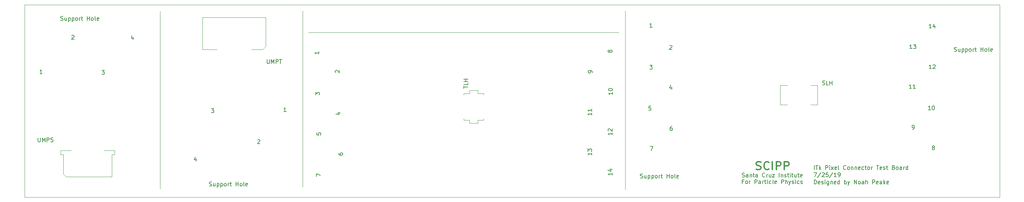
<source format=gto>
G04 #@! TF.GenerationSoftware,KiCad,Pcbnew,(5.1.2)-2*
G04 #@! TF.CreationDate,2019-07-29T12:19:19-07:00*
G04 #@! TF.ProjectId,Pixel Connector Test Board,50697865-6c20-4436-9f6e-6e6563746f72,rev?*
G04 #@! TF.SameCoordinates,Original*
G04 #@! TF.FileFunction,Legend,Top*
G04 #@! TF.FilePolarity,Positive*
%FSLAX46Y46*%
G04 Gerber Fmt 4.6, Leading zero omitted, Abs format (unit mm)*
G04 Created by KiCad (PCBNEW (5.1.2)-2) date 2019-07-29 12:19:19*
%MOMM*%
%LPD*%
G04 APERTURE LIST*
%ADD10C,0.120000*%
%ADD11C,0.150000*%
%ADD12C,0.300000*%
%ADD13C,0.050000*%
G04 APERTURE END LIST*
D10*
X160800000Y-58000000D02*
X160800000Y-13600000D01*
D11*
X207609523Y-56552380D02*
X207609523Y-55552380D01*
X207847619Y-55552380D01*
X207990476Y-55600000D01*
X208085714Y-55695238D01*
X208133333Y-55790476D01*
X208180952Y-55980952D01*
X208180952Y-56123809D01*
X208133333Y-56314285D01*
X208085714Y-56409523D01*
X207990476Y-56504761D01*
X207847619Y-56552380D01*
X207609523Y-56552380D01*
X208990476Y-56504761D02*
X208895238Y-56552380D01*
X208704761Y-56552380D01*
X208609523Y-56504761D01*
X208561904Y-56409523D01*
X208561904Y-56028571D01*
X208609523Y-55933333D01*
X208704761Y-55885714D01*
X208895238Y-55885714D01*
X208990476Y-55933333D01*
X209038095Y-56028571D01*
X209038095Y-56123809D01*
X208561904Y-56219047D01*
X209419047Y-56504761D02*
X209514285Y-56552380D01*
X209704761Y-56552380D01*
X209800000Y-56504761D01*
X209847619Y-56409523D01*
X209847619Y-56361904D01*
X209800000Y-56266666D01*
X209704761Y-56219047D01*
X209561904Y-56219047D01*
X209466666Y-56171428D01*
X209419047Y-56076190D01*
X209419047Y-56028571D01*
X209466666Y-55933333D01*
X209561904Y-55885714D01*
X209704761Y-55885714D01*
X209800000Y-55933333D01*
X210276190Y-56552380D02*
X210276190Y-55885714D01*
X210276190Y-55552380D02*
X210228571Y-55600000D01*
X210276190Y-55647619D01*
X210323809Y-55600000D01*
X210276190Y-55552380D01*
X210276190Y-55647619D01*
X211180952Y-55885714D02*
X211180952Y-56695238D01*
X211133333Y-56790476D01*
X211085714Y-56838095D01*
X210990476Y-56885714D01*
X210847619Y-56885714D01*
X210752380Y-56838095D01*
X211180952Y-56504761D02*
X211085714Y-56552380D01*
X210895238Y-56552380D01*
X210800000Y-56504761D01*
X210752380Y-56457142D01*
X210704761Y-56361904D01*
X210704761Y-56076190D01*
X210752380Y-55980952D01*
X210800000Y-55933333D01*
X210895238Y-55885714D01*
X211085714Y-55885714D01*
X211180952Y-55933333D01*
X211657142Y-55885714D02*
X211657142Y-56552380D01*
X211657142Y-55980952D02*
X211704761Y-55933333D01*
X211800000Y-55885714D01*
X211942857Y-55885714D01*
X212038095Y-55933333D01*
X212085714Y-56028571D01*
X212085714Y-56552380D01*
X212942857Y-56504761D02*
X212847619Y-56552380D01*
X212657142Y-56552380D01*
X212561904Y-56504761D01*
X212514285Y-56409523D01*
X212514285Y-56028571D01*
X212561904Y-55933333D01*
X212657142Y-55885714D01*
X212847619Y-55885714D01*
X212942857Y-55933333D01*
X212990476Y-56028571D01*
X212990476Y-56123809D01*
X212514285Y-56219047D01*
X213847619Y-56552380D02*
X213847619Y-55552380D01*
X213847619Y-56504761D02*
X213752380Y-56552380D01*
X213561904Y-56552380D01*
X213466666Y-56504761D01*
X213419047Y-56457142D01*
X213371428Y-56361904D01*
X213371428Y-56076190D01*
X213419047Y-55980952D01*
X213466666Y-55933333D01*
X213561904Y-55885714D01*
X213752380Y-55885714D01*
X213847619Y-55933333D01*
X215085714Y-56552380D02*
X215085714Y-55552380D01*
X215085714Y-55933333D02*
X215180952Y-55885714D01*
X215371428Y-55885714D01*
X215466666Y-55933333D01*
X215514285Y-55980952D01*
X215561904Y-56076190D01*
X215561904Y-56361904D01*
X215514285Y-56457142D01*
X215466666Y-56504761D01*
X215371428Y-56552380D01*
X215180952Y-56552380D01*
X215085714Y-56504761D01*
X215895238Y-55885714D02*
X216133333Y-56552380D01*
X216371428Y-55885714D02*
X216133333Y-56552380D01*
X216038095Y-56790476D01*
X215990476Y-56838095D01*
X215895238Y-56885714D01*
X217514285Y-56552380D02*
X217514285Y-55552380D01*
X218085714Y-56552380D01*
X218085714Y-55552380D01*
X218704761Y-56552380D02*
X218609523Y-56504761D01*
X218561904Y-56457142D01*
X218514285Y-56361904D01*
X218514285Y-56076190D01*
X218561904Y-55980952D01*
X218609523Y-55933333D01*
X218704761Y-55885714D01*
X218847619Y-55885714D01*
X218942857Y-55933333D01*
X218990476Y-55980952D01*
X219038095Y-56076190D01*
X219038095Y-56361904D01*
X218990476Y-56457142D01*
X218942857Y-56504761D01*
X218847619Y-56552380D01*
X218704761Y-56552380D01*
X219895238Y-56552380D02*
X219895238Y-56028571D01*
X219847619Y-55933333D01*
X219752380Y-55885714D01*
X219561904Y-55885714D01*
X219466666Y-55933333D01*
X219895238Y-56504761D02*
X219800000Y-56552380D01*
X219561904Y-56552380D01*
X219466666Y-56504761D01*
X219419047Y-56409523D01*
X219419047Y-56314285D01*
X219466666Y-56219047D01*
X219561904Y-56171428D01*
X219800000Y-56171428D01*
X219895238Y-56123809D01*
X220371428Y-56552380D02*
X220371428Y-55552380D01*
X220800000Y-56552380D02*
X220800000Y-56028571D01*
X220752380Y-55933333D01*
X220657142Y-55885714D01*
X220514285Y-55885714D01*
X220419047Y-55933333D01*
X220371428Y-55980952D01*
X222038095Y-56552380D02*
X222038095Y-55552380D01*
X222419047Y-55552380D01*
X222514285Y-55600000D01*
X222561904Y-55647619D01*
X222609523Y-55742857D01*
X222609523Y-55885714D01*
X222561904Y-55980952D01*
X222514285Y-56028571D01*
X222419047Y-56076190D01*
X222038095Y-56076190D01*
X223419047Y-56504761D02*
X223323809Y-56552380D01*
X223133333Y-56552380D01*
X223038095Y-56504761D01*
X222990476Y-56409523D01*
X222990476Y-56028571D01*
X223038095Y-55933333D01*
X223133333Y-55885714D01*
X223323809Y-55885714D01*
X223419047Y-55933333D01*
X223466666Y-56028571D01*
X223466666Y-56123809D01*
X222990476Y-56219047D01*
X224323809Y-56552380D02*
X224323809Y-56028571D01*
X224276190Y-55933333D01*
X224180952Y-55885714D01*
X223990476Y-55885714D01*
X223895238Y-55933333D01*
X224323809Y-56504761D02*
X224228571Y-56552380D01*
X223990476Y-56552380D01*
X223895238Y-56504761D01*
X223847619Y-56409523D01*
X223847619Y-56314285D01*
X223895238Y-56219047D01*
X223990476Y-56171428D01*
X224228571Y-56171428D01*
X224323809Y-56123809D01*
X224800000Y-56552380D02*
X224800000Y-55552380D01*
X224895238Y-56171428D02*
X225180952Y-56552380D01*
X225180952Y-55885714D02*
X224800000Y-56266666D01*
X225990476Y-56504761D02*
X225895238Y-56552380D01*
X225704761Y-56552380D01*
X225609523Y-56504761D01*
X225561904Y-56409523D01*
X225561904Y-56028571D01*
X225609523Y-55933333D01*
X225704761Y-55885714D01*
X225895238Y-55885714D01*
X225990476Y-55933333D01*
X226038095Y-56028571D01*
X226038095Y-56123809D01*
X225561904Y-56219047D01*
X207514285Y-53752380D02*
X208180952Y-53752380D01*
X207752380Y-54752380D01*
X209276190Y-53704761D02*
X208419047Y-54990476D01*
X209561904Y-53847619D02*
X209609523Y-53800000D01*
X209704761Y-53752380D01*
X209942857Y-53752380D01*
X210038095Y-53800000D01*
X210085714Y-53847619D01*
X210133333Y-53942857D01*
X210133333Y-54038095D01*
X210085714Y-54180952D01*
X209514285Y-54752380D01*
X210133333Y-54752380D01*
X211038095Y-53752380D02*
X210561904Y-53752380D01*
X210514285Y-54228571D01*
X210561904Y-54180952D01*
X210657142Y-54133333D01*
X210895238Y-54133333D01*
X210990476Y-54180952D01*
X211038095Y-54228571D01*
X211085714Y-54323809D01*
X211085714Y-54561904D01*
X211038095Y-54657142D01*
X210990476Y-54704761D01*
X210895238Y-54752380D01*
X210657142Y-54752380D01*
X210561904Y-54704761D01*
X210514285Y-54657142D01*
X212228571Y-53704761D02*
X211371428Y-54990476D01*
X213085714Y-54752380D02*
X212514285Y-54752380D01*
X212800000Y-54752380D02*
X212800000Y-53752380D01*
X212704761Y-53895238D01*
X212609523Y-53990476D01*
X212514285Y-54038095D01*
X213561904Y-54752380D02*
X213752380Y-54752380D01*
X213847619Y-54704761D01*
X213895238Y-54657142D01*
X213990476Y-54514285D01*
X214038095Y-54323809D01*
X214038095Y-53942857D01*
X213990476Y-53847619D01*
X213942857Y-53800000D01*
X213847619Y-53752380D01*
X213657142Y-53752380D01*
X213561904Y-53800000D01*
X213514285Y-53847619D01*
X213466666Y-53942857D01*
X213466666Y-54180952D01*
X213514285Y-54276190D01*
X213561904Y-54323809D01*
X213657142Y-54371428D01*
X213847619Y-54371428D01*
X213942857Y-54323809D01*
X213990476Y-54276190D01*
X214038095Y-54180952D01*
X207628571Y-52952380D02*
X207628571Y-51952380D01*
X207961904Y-51952380D02*
X208533333Y-51952380D01*
X208247619Y-52952380D02*
X208247619Y-51952380D01*
X208866666Y-52952380D02*
X208866666Y-51952380D01*
X208961904Y-52571428D02*
X209247619Y-52952380D01*
X209247619Y-52285714D02*
X208866666Y-52666666D01*
X210438095Y-52952380D02*
X210438095Y-51952380D01*
X210819047Y-51952380D01*
X210914285Y-52000000D01*
X210961904Y-52047619D01*
X211009523Y-52142857D01*
X211009523Y-52285714D01*
X210961904Y-52380952D01*
X210914285Y-52428571D01*
X210819047Y-52476190D01*
X210438095Y-52476190D01*
X211438095Y-52952380D02*
X211438095Y-52285714D01*
X211438095Y-51952380D02*
X211390476Y-52000000D01*
X211438095Y-52047619D01*
X211485714Y-52000000D01*
X211438095Y-51952380D01*
X211438095Y-52047619D01*
X211819047Y-52952380D02*
X212342857Y-52285714D01*
X211819047Y-52285714D02*
X212342857Y-52952380D01*
X213104761Y-52904761D02*
X213009523Y-52952380D01*
X212819047Y-52952380D01*
X212723809Y-52904761D01*
X212676190Y-52809523D01*
X212676190Y-52428571D01*
X212723809Y-52333333D01*
X212819047Y-52285714D01*
X213009523Y-52285714D01*
X213104761Y-52333333D01*
X213152380Y-52428571D01*
X213152380Y-52523809D01*
X212676190Y-52619047D01*
X213723809Y-52952380D02*
X213628571Y-52904761D01*
X213580952Y-52809523D01*
X213580952Y-51952380D01*
X215438095Y-52857142D02*
X215390476Y-52904761D01*
X215247619Y-52952380D01*
X215152380Y-52952380D01*
X215009523Y-52904761D01*
X214914285Y-52809523D01*
X214866666Y-52714285D01*
X214819047Y-52523809D01*
X214819047Y-52380952D01*
X214866666Y-52190476D01*
X214914285Y-52095238D01*
X215009523Y-52000000D01*
X215152380Y-51952380D01*
X215247619Y-51952380D01*
X215390476Y-52000000D01*
X215438095Y-52047619D01*
X216009523Y-52952380D02*
X215914285Y-52904761D01*
X215866666Y-52857142D01*
X215819047Y-52761904D01*
X215819047Y-52476190D01*
X215866666Y-52380952D01*
X215914285Y-52333333D01*
X216009523Y-52285714D01*
X216152380Y-52285714D01*
X216247619Y-52333333D01*
X216295238Y-52380952D01*
X216342857Y-52476190D01*
X216342857Y-52761904D01*
X216295238Y-52857142D01*
X216247619Y-52904761D01*
X216152380Y-52952380D01*
X216009523Y-52952380D01*
X216771428Y-52285714D02*
X216771428Y-52952380D01*
X216771428Y-52380952D02*
X216819047Y-52333333D01*
X216914285Y-52285714D01*
X217057142Y-52285714D01*
X217152380Y-52333333D01*
X217200000Y-52428571D01*
X217200000Y-52952380D01*
X217676190Y-52285714D02*
X217676190Y-52952380D01*
X217676190Y-52380952D02*
X217723809Y-52333333D01*
X217819047Y-52285714D01*
X217961904Y-52285714D01*
X218057142Y-52333333D01*
X218104761Y-52428571D01*
X218104761Y-52952380D01*
X218961904Y-52904761D02*
X218866666Y-52952380D01*
X218676190Y-52952380D01*
X218580952Y-52904761D01*
X218533333Y-52809523D01*
X218533333Y-52428571D01*
X218580952Y-52333333D01*
X218676190Y-52285714D01*
X218866666Y-52285714D01*
X218961904Y-52333333D01*
X219009523Y-52428571D01*
X219009523Y-52523809D01*
X218533333Y-52619047D01*
X219866666Y-52904761D02*
X219771428Y-52952380D01*
X219580952Y-52952380D01*
X219485714Y-52904761D01*
X219438095Y-52857142D01*
X219390476Y-52761904D01*
X219390476Y-52476190D01*
X219438095Y-52380952D01*
X219485714Y-52333333D01*
X219580952Y-52285714D01*
X219771428Y-52285714D01*
X219866666Y-52333333D01*
X220152380Y-52285714D02*
X220533333Y-52285714D01*
X220295238Y-51952380D02*
X220295238Y-52809523D01*
X220342857Y-52904761D01*
X220438095Y-52952380D01*
X220533333Y-52952380D01*
X221009523Y-52952380D02*
X220914285Y-52904761D01*
X220866666Y-52857142D01*
X220819047Y-52761904D01*
X220819047Y-52476190D01*
X220866666Y-52380952D01*
X220914285Y-52333333D01*
X221009523Y-52285714D01*
X221152380Y-52285714D01*
X221247619Y-52333333D01*
X221295238Y-52380952D01*
X221342857Y-52476190D01*
X221342857Y-52761904D01*
X221295238Y-52857142D01*
X221247619Y-52904761D01*
X221152380Y-52952380D01*
X221009523Y-52952380D01*
X221771428Y-52952380D02*
X221771428Y-52285714D01*
X221771428Y-52476190D02*
X221819047Y-52380952D01*
X221866666Y-52333333D01*
X221961904Y-52285714D01*
X222057142Y-52285714D01*
X223009523Y-51952380D02*
X223580952Y-51952380D01*
X223295238Y-52952380D02*
X223295238Y-51952380D01*
X224295238Y-52904761D02*
X224200000Y-52952380D01*
X224009523Y-52952380D01*
X223914285Y-52904761D01*
X223866666Y-52809523D01*
X223866666Y-52428571D01*
X223914285Y-52333333D01*
X224009523Y-52285714D01*
X224200000Y-52285714D01*
X224295238Y-52333333D01*
X224342857Y-52428571D01*
X224342857Y-52523809D01*
X223866666Y-52619047D01*
X224723809Y-52904761D02*
X224819047Y-52952380D01*
X225009523Y-52952380D01*
X225104761Y-52904761D01*
X225152380Y-52809523D01*
X225152380Y-52761904D01*
X225104761Y-52666666D01*
X225009523Y-52619047D01*
X224866666Y-52619047D01*
X224771428Y-52571428D01*
X224723809Y-52476190D01*
X224723809Y-52428571D01*
X224771428Y-52333333D01*
X224866666Y-52285714D01*
X225009523Y-52285714D01*
X225104761Y-52333333D01*
X225438095Y-52285714D02*
X225819047Y-52285714D01*
X225580952Y-51952380D02*
X225580952Y-52809523D01*
X225628571Y-52904761D01*
X225723809Y-52952380D01*
X225819047Y-52952380D01*
X227247619Y-52428571D02*
X227390476Y-52476190D01*
X227438095Y-52523809D01*
X227485714Y-52619047D01*
X227485714Y-52761904D01*
X227438095Y-52857142D01*
X227390476Y-52904761D01*
X227295238Y-52952380D01*
X226914285Y-52952380D01*
X226914285Y-51952380D01*
X227247619Y-51952380D01*
X227342857Y-52000000D01*
X227390476Y-52047619D01*
X227438095Y-52142857D01*
X227438095Y-52238095D01*
X227390476Y-52333333D01*
X227342857Y-52380952D01*
X227247619Y-52428571D01*
X226914285Y-52428571D01*
X228057142Y-52952380D02*
X227961904Y-52904761D01*
X227914285Y-52857142D01*
X227866666Y-52761904D01*
X227866666Y-52476190D01*
X227914285Y-52380952D01*
X227961904Y-52333333D01*
X228057142Y-52285714D01*
X228199999Y-52285714D01*
X228295238Y-52333333D01*
X228342857Y-52380952D01*
X228390476Y-52476190D01*
X228390476Y-52761904D01*
X228342857Y-52857142D01*
X228295238Y-52904761D01*
X228199999Y-52952380D01*
X228057142Y-52952380D01*
X229247619Y-52952380D02*
X229247619Y-52428571D01*
X229199999Y-52333333D01*
X229104761Y-52285714D01*
X228914285Y-52285714D01*
X228819047Y-52333333D01*
X229247619Y-52904761D02*
X229152380Y-52952380D01*
X228914285Y-52952380D01*
X228819047Y-52904761D01*
X228771428Y-52809523D01*
X228771428Y-52714285D01*
X228819047Y-52619047D01*
X228914285Y-52571428D01*
X229152380Y-52571428D01*
X229247619Y-52523809D01*
X229723809Y-52952380D02*
X229723809Y-52285714D01*
X229723809Y-52476190D02*
X229771428Y-52380952D01*
X229819047Y-52333333D01*
X229914285Y-52285714D01*
X230009523Y-52285714D01*
X230771428Y-52952380D02*
X230771428Y-51952380D01*
X230771428Y-52904761D02*
X230676190Y-52952380D01*
X230485714Y-52952380D01*
X230390476Y-52904761D01*
X230342857Y-52857142D01*
X230295238Y-52761904D01*
X230295238Y-52476190D01*
X230342857Y-52380952D01*
X230390476Y-52333333D01*
X230485714Y-52285714D01*
X230676190Y-52285714D01*
X230771428Y-52333333D01*
X189771428Y-54779761D02*
X189914285Y-54827380D01*
X190152380Y-54827380D01*
X190247619Y-54779761D01*
X190295238Y-54732142D01*
X190342857Y-54636904D01*
X190342857Y-54541666D01*
X190295238Y-54446428D01*
X190247619Y-54398809D01*
X190152380Y-54351190D01*
X189961904Y-54303571D01*
X189866666Y-54255952D01*
X189819047Y-54208333D01*
X189771428Y-54113095D01*
X189771428Y-54017857D01*
X189819047Y-53922619D01*
X189866666Y-53875000D01*
X189961904Y-53827380D01*
X190200000Y-53827380D01*
X190342857Y-53875000D01*
X191200000Y-54827380D02*
X191200000Y-54303571D01*
X191152380Y-54208333D01*
X191057142Y-54160714D01*
X190866666Y-54160714D01*
X190771428Y-54208333D01*
X191200000Y-54779761D02*
X191104761Y-54827380D01*
X190866666Y-54827380D01*
X190771428Y-54779761D01*
X190723809Y-54684523D01*
X190723809Y-54589285D01*
X190771428Y-54494047D01*
X190866666Y-54446428D01*
X191104761Y-54446428D01*
X191200000Y-54398809D01*
X191676190Y-54160714D02*
X191676190Y-54827380D01*
X191676190Y-54255952D02*
X191723809Y-54208333D01*
X191819047Y-54160714D01*
X191961904Y-54160714D01*
X192057142Y-54208333D01*
X192104761Y-54303571D01*
X192104761Y-54827380D01*
X192438095Y-54160714D02*
X192819047Y-54160714D01*
X192580952Y-53827380D02*
X192580952Y-54684523D01*
X192628571Y-54779761D01*
X192723809Y-54827380D01*
X192819047Y-54827380D01*
X193580952Y-54827380D02*
X193580952Y-54303571D01*
X193533333Y-54208333D01*
X193438095Y-54160714D01*
X193247619Y-54160714D01*
X193152380Y-54208333D01*
X193580952Y-54779761D02*
X193485714Y-54827380D01*
X193247619Y-54827380D01*
X193152380Y-54779761D01*
X193104761Y-54684523D01*
X193104761Y-54589285D01*
X193152380Y-54494047D01*
X193247619Y-54446428D01*
X193485714Y-54446428D01*
X193580952Y-54398809D01*
X195390476Y-54732142D02*
X195342857Y-54779761D01*
X195200000Y-54827380D01*
X195104761Y-54827380D01*
X194961904Y-54779761D01*
X194866666Y-54684523D01*
X194819047Y-54589285D01*
X194771428Y-54398809D01*
X194771428Y-54255952D01*
X194819047Y-54065476D01*
X194866666Y-53970238D01*
X194961904Y-53875000D01*
X195104761Y-53827380D01*
X195200000Y-53827380D01*
X195342857Y-53875000D01*
X195390476Y-53922619D01*
X195819047Y-54827380D02*
X195819047Y-54160714D01*
X195819047Y-54351190D02*
X195866666Y-54255952D01*
X195914285Y-54208333D01*
X196009523Y-54160714D01*
X196104761Y-54160714D01*
X196866666Y-54160714D02*
X196866666Y-54827380D01*
X196438095Y-54160714D02*
X196438095Y-54684523D01*
X196485714Y-54779761D01*
X196580952Y-54827380D01*
X196723809Y-54827380D01*
X196819047Y-54779761D01*
X196866666Y-54732142D01*
X197247619Y-54160714D02*
X197771428Y-54160714D01*
X197247619Y-54827380D01*
X197771428Y-54827380D01*
X198914285Y-54827380D02*
X198914285Y-53827380D01*
X199390476Y-54160714D02*
X199390476Y-54827380D01*
X199390476Y-54255952D02*
X199438095Y-54208333D01*
X199533333Y-54160714D01*
X199676190Y-54160714D01*
X199771428Y-54208333D01*
X199819047Y-54303571D01*
X199819047Y-54827380D01*
X200247619Y-54779761D02*
X200342857Y-54827380D01*
X200533333Y-54827380D01*
X200628571Y-54779761D01*
X200676190Y-54684523D01*
X200676190Y-54636904D01*
X200628571Y-54541666D01*
X200533333Y-54494047D01*
X200390476Y-54494047D01*
X200295238Y-54446428D01*
X200247619Y-54351190D01*
X200247619Y-54303571D01*
X200295238Y-54208333D01*
X200390476Y-54160714D01*
X200533333Y-54160714D01*
X200628571Y-54208333D01*
X200961904Y-54160714D02*
X201342857Y-54160714D01*
X201104761Y-53827380D02*
X201104761Y-54684523D01*
X201152380Y-54779761D01*
X201247619Y-54827380D01*
X201342857Y-54827380D01*
X201676190Y-54827380D02*
X201676190Y-54160714D01*
X201676190Y-53827380D02*
X201628571Y-53875000D01*
X201676190Y-53922619D01*
X201723809Y-53875000D01*
X201676190Y-53827380D01*
X201676190Y-53922619D01*
X202009523Y-54160714D02*
X202390476Y-54160714D01*
X202152380Y-53827380D02*
X202152380Y-54684523D01*
X202200000Y-54779761D01*
X202295238Y-54827380D01*
X202390476Y-54827380D01*
X203152380Y-54160714D02*
X203152380Y-54827380D01*
X202723809Y-54160714D02*
X202723809Y-54684523D01*
X202771428Y-54779761D01*
X202866666Y-54827380D01*
X203009523Y-54827380D01*
X203104761Y-54779761D01*
X203152380Y-54732142D01*
X203485714Y-54160714D02*
X203866666Y-54160714D01*
X203628571Y-53827380D02*
X203628571Y-54684523D01*
X203676190Y-54779761D01*
X203771428Y-54827380D01*
X203866666Y-54827380D01*
X204580952Y-54779761D02*
X204485714Y-54827380D01*
X204295238Y-54827380D01*
X204200000Y-54779761D01*
X204152380Y-54684523D01*
X204152380Y-54303571D01*
X204200000Y-54208333D01*
X204295238Y-54160714D01*
X204485714Y-54160714D01*
X204580952Y-54208333D01*
X204628571Y-54303571D01*
X204628571Y-54398809D01*
X204152380Y-54494047D01*
X190104761Y-55953571D02*
X189771428Y-55953571D01*
X189771428Y-56477380D02*
X189771428Y-55477380D01*
X190247619Y-55477380D01*
X190771428Y-56477380D02*
X190676190Y-56429761D01*
X190628571Y-56382142D01*
X190580952Y-56286904D01*
X190580952Y-56001190D01*
X190628571Y-55905952D01*
X190676190Y-55858333D01*
X190771428Y-55810714D01*
X190914285Y-55810714D01*
X191009523Y-55858333D01*
X191057142Y-55905952D01*
X191104761Y-56001190D01*
X191104761Y-56286904D01*
X191057142Y-56382142D01*
X191009523Y-56429761D01*
X190914285Y-56477380D01*
X190771428Y-56477380D01*
X191533333Y-56477380D02*
X191533333Y-55810714D01*
X191533333Y-56001190D02*
X191580952Y-55905952D01*
X191628571Y-55858333D01*
X191723809Y-55810714D01*
X191819047Y-55810714D01*
X192914285Y-56477380D02*
X192914285Y-55477380D01*
X193295238Y-55477380D01*
X193390476Y-55525000D01*
X193438095Y-55572619D01*
X193485714Y-55667857D01*
X193485714Y-55810714D01*
X193438095Y-55905952D01*
X193390476Y-55953571D01*
X193295238Y-56001190D01*
X192914285Y-56001190D01*
X194342857Y-56477380D02*
X194342857Y-55953571D01*
X194295238Y-55858333D01*
X194200000Y-55810714D01*
X194009523Y-55810714D01*
X193914285Y-55858333D01*
X194342857Y-56429761D02*
X194247619Y-56477380D01*
X194009523Y-56477380D01*
X193914285Y-56429761D01*
X193866666Y-56334523D01*
X193866666Y-56239285D01*
X193914285Y-56144047D01*
X194009523Y-56096428D01*
X194247619Y-56096428D01*
X194342857Y-56048809D01*
X194819047Y-56477380D02*
X194819047Y-55810714D01*
X194819047Y-56001190D02*
X194866666Y-55905952D01*
X194914285Y-55858333D01*
X195009523Y-55810714D01*
X195104761Y-55810714D01*
X195295238Y-55810714D02*
X195676190Y-55810714D01*
X195438095Y-55477380D02*
X195438095Y-56334523D01*
X195485714Y-56429761D01*
X195580952Y-56477380D01*
X195676190Y-56477380D01*
X196009523Y-56477380D02*
X196009523Y-55810714D01*
X196009523Y-55477380D02*
X195961904Y-55525000D01*
X196009523Y-55572619D01*
X196057142Y-55525000D01*
X196009523Y-55477380D01*
X196009523Y-55572619D01*
X196914285Y-56429761D02*
X196819047Y-56477380D01*
X196628571Y-56477380D01*
X196533333Y-56429761D01*
X196485714Y-56382142D01*
X196438095Y-56286904D01*
X196438095Y-56001190D01*
X196485714Y-55905952D01*
X196533333Y-55858333D01*
X196628571Y-55810714D01*
X196819047Y-55810714D01*
X196914285Y-55858333D01*
X197485714Y-56477380D02*
X197390476Y-56429761D01*
X197342857Y-56334523D01*
X197342857Y-55477380D01*
X198247619Y-56429761D02*
X198152380Y-56477380D01*
X197961904Y-56477380D01*
X197866666Y-56429761D01*
X197819047Y-56334523D01*
X197819047Y-55953571D01*
X197866666Y-55858333D01*
X197961904Y-55810714D01*
X198152380Y-55810714D01*
X198247619Y-55858333D01*
X198295238Y-55953571D01*
X198295238Y-56048809D01*
X197819047Y-56144047D01*
X199485714Y-56477380D02*
X199485714Y-55477380D01*
X199866666Y-55477380D01*
X199961904Y-55525000D01*
X200009523Y-55572619D01*
X200057142Y-55667857D01*
X200057142Y-55810714D01*
X200009523Y-55905952D01*
X199961904Y-55953571D01*
X199866666Y-56001190D01*
X199485714Y-56001190D01*
X200485714Y-56477380D02*
X200485714Y-55477380D01*
X200914285Y-56477380D02*
X200914285Y-55953571D01*
X200866666Y-55858333D01*
X200771428Y-55810714D01*
X200628571Y-55810714D01*
X200533333Y-55858333D01*
X200485714Y-55905952D01*
X201295238Y-55810714D02*
X201533333Y-56477380D01*
X201771428Y-55810714D02*
X201533333Y-56477380D01*
X201438095Y-56715476D01*
X201390476Y-56763095D01*
X201295238Y-56810714D01*
X202104761Y-56429761D02*
X202200000Y-56477380D01*
X202390476Y-56477380D01*
X202485714Y-56429761D01*
X202533333Y-56334523D01*
X202533333Y-56286904D01*
X202485714Y-56191666D01*
X202390476Y-56144047D01*
X202247619Y-56144047D01*
X202152380Y-56096428D01*
X202104761Y-56001190D01*
X202104761Y-55953571D01*
X202152380Y-55858333D01*
X202247619Y-55810714D01*
X202390476Y-55810714D01*
X202485714Y-55858333D01*
X202961904Y-56477380D02*
X202961904Y-55810714D01*
X202961904Y-55477380D02*
X202914285Y-55525000D01*
X202961904Y-55572619D01*
X203009523Y-55525000D01*
X202961904Y-55477380D01*
X202961904Y-55572619D01*
X203866666Y-56429761D02*
X203771428Y-56477380D01*
X203580952Y-56477380D01*
X203485714Y-56429761D01*
X203438095Y-56382142D01*
X203390476Y-56286904D01*
X203390476Y-56001190D01*
X203438095Y-55905952D01*
X203485714Y-55858333D01*
X203580952Y-55810714D01*
X203771428Y-55810714D01*
X203866666Y-55858333D01*
X204247619Y-56429761D02*
X204342857Y-56477380D01*
X204533333Y-56477380D01*
X204628571Y-56429761D01*
X204676190Y-56334523D01*
X204676190Y-56286904D01*
X204628571Y-56191666D01*
X204533333Y-56144047D01*
X204390476Y-56144047D01*
X204295238Y-56096428D01*
X204247619Y-56001190D01*
X204247619Y-55953571D01*
X204295238Y-55858333D01*
X204390476Y-55810714D01*
X204533333Y-55810714D01*
X204628571Y-55858333D01*
D12*
X193252380Y-52909523D02*
X193538095Y-53004761D01*
X194014285Y-53004761D01*
X194204761Y-52909523D01*
X194300000Y-52814285D01*
X194395238Y-52623809D01*
X194395238Y-52433333D01*
X194300000Y-52242857D01*
X194204761Y-52147619D01*
X194014285Y-52052380D01*
X193633333Y-51957142D01*
X193442857Y-51861904D01*
X193347619Y-51766666D01*
X193252380Y-51576190D01*
X193252380Y-51385714D01*
X193347619Y-51195238D01*
X193442857Y-51100000D01*
X193633333Y-51004761D01*
X194109523Y-51004761D01*
X194395238Y-51100000D01*
X196395238Y-52814285D02*
X196300000Y-52909523D01*
X196014285Y-53004761D01*
X195823809Y-53004761D01*
X195538095Y-52909523D01*
X195347619Y-52719047D01*
X195252380Y-52528571D01*
X195157142Y-52147619D01*
X195157142Y-51861904D01*
X195252380Y-51480952D01*
X195347619Y-51290476D01*
X195538095Y-51100000D01*
X195823809Y-51004761D01*
X196014285Y-51004761D01*
X196300000Y-51100000D01*
X196395238Y-51195238D01*
X197252380Y-53004761D02*
X197252380Y-51004761D01*
X198204761Y-53004761D02*
X198204761Y-51004761D01*
X198966666Y-51004761D01*
X199157142Y-51100000D01*
X199252380Y-51195238D01*
X199347619Y-51385714D01*
X199347619Y-51671428D01*
X199252380Y-51861904D01*
X199157142Y-51957142D01*
X198966666Y-52052380D01*
X198204761Y-52052380D01*
X200204761Y-53004761D02*
X200204761Y-51004761D01*
X200966666Y-51004761D01*
X201157142Y-51100000D01*
X201252380Y-51195238D01*
X201347619Y-51385714D01*
X201347619Y-51671428D01*
X201252380Y-51861904D01*
X201157142Y-51957142D01*
X200966666Y-52052380D01*
X200204761Y-52052380D01*
D11*
X237004761Y-47480952D02*
X236909523Y-47433333D01*
X236861904Y-47385714D01*
X236814285Y-47290476D01*
X236814285Y-47242857D01*
X236861904Y-47147619D01*
X236909523Y-47100000D01*
X237004761Y-47052380D01*
X237195238Y-47052380D01*
X237290476Y-47100000D01*
X237338095Y-47147619D01*
X237385714Y-47242857D01*
X237385714Y-47290476D01*
X237338095Y-47385714D01*
X237290476Y-47433333D01*
X237195238Y-47480952D01*
X237004761Y-47480952D01*
X236909523Y-47528571D01*
X236861904Y-47576190D01*
X236814285Y-47671428D01*
X236814285Y-47861904D01*
X236861904Y-47957142D01*
X236909523Y-48004761D01*
X237004761Y-48052380D01*
X237195238Y-48052380D01*
X237290476Y-48004761D01*
X237338095Y-47957142D01*
X237385714Y-47861904D01*
X237385714Y-47671428D01*
X237338095Y-47576190D01*
X237290476Y-47528571D01*
X237195238Y-47480952D01*
X231909523Y-42952380D02*
X232100000Y-42952380D01*
X232195238Y-42904761D01*
X232242857Y-42857142D01*
X232338095Y-42714285D01*
X232385714Y-42523809D01*
X232385714Y-42142857D01*
X232338095Y-42047619D01*
X232290476Y-42000000D01*
X232195238Y-41952380D01*
X232004761Y-41952380D01*
X231909523Y-42000000D01*
X231861904Y-42047619D01*
X231814285Y-42142857D01*
X231814285Y-42380952D01*
X231861904Y-42476190D01*
X231909523Y-42523809D01*
X232004761Y-42571428D01*
X232195238Y-42571428D01*
X232290476Y-42523809D01*
X232338095Y-42476190D01*
X232385714Y-42380952D01*
X236409523Y-38152380D02*
X235838095Y-38152380D01*
X236123809Y-38152380D02*
X236123809Y-37152380D01*
X236028571Y-37295238D01*
X235933333Y-37390476D01*
X235838095Y-37438095D01*
X237028571Y-37152380D02*
X237123809Y-37152380D01*
X237219047Y-37200000D01*
X237266666Y-37247619D01*
X237314285Y-37342857D01*
X237361904Y-37533333D01*
X237361904Y-37771428D01*
X237314285Y-37961904D01*
X237266666Y-38057142D01*
X237219047Y-38104761D01*
X237123809Y-38152380D01*
X237028571Y-38152380D01*
X236933333Y-38104761D01*
X236885714Y-38057142D01*
X236838095Y-37961904D01*
X236790476Y-37771428D01*
X236790476Y-37533333D01*
X236838095Y-37342857D01*
X236885714Y-37247619D01*
X236933333Y-37200000D01*
X237028571Y-37152380D01*
X231709523Y-32852380D02*
X231138095Y-32852380D01*
X231423809Y-32852380D02*
X231423809Y-31852380D01*
X231328571Y-31995238D01*
X231233333Y-32090476D01*
X231138095Y-32138095D01*
X232661904Y-32852380D02*
X232090476Y-32852380D01*
X232376190Y-32852380D02*
X232376190Y-31852380D01*
X232280952Y-31995238D01*
X232185714Y-32090476D01*
X232090476Y-32138095D01*
X236609523Y-27952380D02*
X236038095Y-27952380D01*
X236323809Y-27952380D02*
X236323809Y-26952380D01*
X236228571Y-27095238D01*
X236133333Y-27190476D01*
X236038095Y-27238095D01*
X236990476Y-27047619D02*
X237038095Y-27000000D01*
X237133333Y-26952380D01*
X237371428Y-26952380D01*
X237466666Y-27000000D01*
X237514285Y-27047619D01*
X237561904Y-27142857D01*
X237561904Y-27238095D01*
X237514285Y-27380952D01*
X236942857Y-27952380D01*
X237561904Y-27952380D01*
X231809523Y-22952380D02*
X231238095Y-22952380D01*
X231523809Y-22952380D02*
X231523809Y-21952380D01*
X231428571Y-22095238D01*
X231333333Y-22190476D01*
X231238095Y-22238095D01*
X232142857Y-21952380D02*
X232761904Y-21952380D01*
X232428571Y-22333333D01*
X232571428Y-22333333D01*
X232666666Y-22380952D01*
X232714285Y-22428571D01*
X232761904Y-22523809D01*
X232761904Y-22761904D01*
X232714285Y-22857142D01*
X232666666Y-22904761D01*
X232571428Y-22952380D01*
X232285714Y-22952380D01*
X232190476Y-22904761D01*
X232142857Y-22857142D01*
X236609523Y-17852380D02*
X236038095Y-17852380D01*
X236323809Y-17852380D02*
X236323809Y-16852380D01*
X236228571Y-16995238D01*
X236133333Y-17090476D01*
X236038095Y-17138095D01*
X237466666Y-17185714D02*
X237466666Y-17852380D01*
X237228571Y-16804761D02*
X236990476Y-17519047D01*
X237609523Y-17519047D01*
X166966666Y-47252380D02*
X167633333Y-47252380D01*
X167204761Y-48252380D01*
X172390476Y-42252380D02*
X172200000Y-42252380D01*
X172104761Y-42300000D01*
X172057142Y-42347619D01*
X171961904Y-42490476D01*
X171914285Y-42680952D01*
X171914285Y-43061904D01*
X171961904Y-43157142D01*
X172009523Y-43204761D01*
X172104761Y-43252380D01*
X172295238Y-43252380D01*
X172390476Y-43204761D01*
X172438095Y-43157142D01*
X172485714Y-43061904D01*
X172485714Y-42823809D01*
X172438095Y-42728571D01*
X172390476Y-42680952D01*
X172295238Y-42633333D01*
X172104761Y-42633333D01*
X172009523Y-42680952D01*
X171961904Y-42728571D01*
X171914285Y-42823809D01*
X167138095Y-37252380D02*
X166661904Y-37252380D01*
X166614285Y-37728571D01*
X166661904Y-37680952D01*
X166757142Y-37633333D01*
X166995238Y-37633333D01*
X167090476Y-37680952D01*
X167138095Y-37728571D01*
X167185714Y-37823809D01*
X167185714Y-38061904D01*
X167138095Y-38157142D01*
X167090476Y-38204761D01*
X166995238Y-38252380D01*
X166757142Y-38252380D01*
X166661904Y-38204761D01*
X166614285Y-38157142D01*
X172290476Y-32385714D02*
X172290476Y-33052380D01*
X172052380Y-32004761D02*
X171814285Y-32719047D01*
X172433333Y-32719047D01*
X166866666Y-27052380D02*
X167485714Y-27052380D01*
X167152380Y-27433333D01*
X167295238Y-27433333D01*
X167390476Y-27480952D01*
X167438095Y-27528571D01*
X167485714Y-27623809D01*
X167485714Y-27861904D01*
X167438095Y-27957142D01*
X167390476Y-28004761D01*
X167295238Y-28052380D01*
X167009523Y-28052380D01*
X166914285Y-28004761D01*
X166866666Y-27957142D01*
X171814285Y-22247619D02*
X171861904Y-22200000D01*
X171957142Y-22152380D01*
X172195238Y-22152380D01*
X172290476Y-22200000D01*
X172338095Y-22247619D01*
X172385714Y-22342857D01*
X172385714Y-22438095D01*
X172338095Y-22580952D01*
X171766666Y-23152380D01*
X172385714Y-23152380D01*
X167485714Y-17652380D02*
X166914285Y-17652380D01*
X167200000Y-17652380D02*
X167200000Y-16652380D01*
X167104761Y-16795238D01*
X167009523Y-16890476D01*
X166914285Y-16938095D01*
X157552380Y-53790476D02*
X157552380Y-54361904D01*
X157552380Y-54076190D02*
X156552380Y-54076190D01*
X156695238Y-54171428D01*
X156790476Y-54266666D01*
X156838095Y-54361904D01*
X156885714Y-52933333D02*
X157552380Y-52933333D01*
X156504761Y-53171428D02*
X157219047Y-53409523D01*
X157219047Y-52790476D01*
X152552380Y-48790476D02*
X152552380Y-49361904D01*
X152552380Y-49076190D02*
X151552380Y-49076190D01*
X151695238Y-49171428D01*
X151790476Y-49266666D01*
X151838095Y-49361904D01*
X151552380Y-48457142D02*
X151552380Y-47838095D01*
X151933333Y-48171428D01*
X151933333Y-48028571D01*
X151980952Y-47933333D01*
X152028571Y-47885714D01*
X152123809Y-47838095D01*
X152361904Y-47838095D01*
X152457142Y-47885714D01*
X152504761Y-47933333D01*
X152552380Y-48028571D01*
X152552380Y-48314285D01*
X152504761Y-48409523D01*
X152457142Y-48457142D01*
X157552380Y-43790476D02*
X157552380Y-44361904D01*
X157552380Y-44076190D02*
X156552380Y-44076190D01*
X156695238Y-44171428D01*
X156790476Y-44266666D01*
X156838095Y-44361904D01*
X156647619Y-43409523D02*
X156600000Y-43361904D01*
X156552380Y-43266666D01*
X156552380Y-43028571D01*
X156600000Y-42933333D01*
X156647619Y-42885714D01*
X156742857Y-42838095D01*
X156838095Y-42838095D01*
X156980952Y-42885714D01*
X157552380Y-43457142D01*
X157552380Y-42838095D01*
X152552380Y-38890476D02*
X152552380Y-39461904D01*
X152552380Y-39176190D02*
X151552380Y-39176190D01*
X151695238Y-39271428D01*
X151790476Y-39366666D01*
X151838095Y-39461904D01*
X152552380Y-37938095D02*
X152552380Y-38509523D01*
X152552380Y-38223809D02*
X151552380Y-38223809D01*
X151695238Y-38319047D01*
X151790476Y-38414285D01*
X151838095Y-38509523D01*
X157652380Y-33790476D02*
X157652380Y-34361904D01*
X157652380Y-34076190D02*
X156652380Y-34076190D01*
X156795238Y-34171428D01*
X156890476Y-34266666D01*
X156938095Y-34361904D01*
X156652380Y-33171428D02*
X156652380Y-33076190D01*
X156700000Y-32980952D01*
X156747619Y-32933333D01*
X156842857Y-32885714D01*
X157033333Y-32838095D01*
X157271428Y-32838095D01*
X157461904Y-32885714D01*
X157557142Y-32933333D01*
X157604761Y-32980952D01*
X157652380Y-33076190D01*
X157652380Y-33171428D01*
X157604761Y-33266666D01*
X157557142Y-33314285D01*
X157461904Y-33361904D01*
X157271428Y-33409523D01*
X157033333Y-33409523D01*
X156842857Y-33361904D01*
X156747619Y-33314285D01*
X156700000Y-33266666D01*
X156652380Y-33171428D01*
X152652380Y-28890476D02*
X152652380Y-28700000D01*
X152604761Y-28604761D01*
X152557142Y-28557142D01*
X152414285Y-28461904D01*
X152223809Y-28414285D01*
X151842857Y-28414285D01*
X151747619Y-28461904D01*
X151700000Y-28509523D01*
X151652380Y-28604761D01*
X151652380Y-28795238D01*
X151700000Y-28890476D01*
X151747619Y-28938095D01*
X151842857Y-28985714D01*
X152080952Y-28985714D01*
X152176190Y-28938095D01*
X152223809Y-28890476D01*
X152271428Y-28795238D01*
X152271428Y-28604761D01*
X152223809Y-28509523D01*
X152176190Y-28461904D01*
X152080952Y-28414285D01*
X156980952Y-23695238D02*
X156933333Y-23790476D01*
X156885714Y-23838095D01*
X156790476Y-23885714D01*
X156742857Y-23885714D01*
X156647619Y-23838095D01*
X156600000Y-23790476D01*
X156552380Y-23695238D01*
X156552380Y-23504761D01*
X156600000Y-23409523D01*
X156647619Y-23361904D01*
X156742857Y-23314285D01*
X156790476Y-23314285D01*
X156885714Y-23361904D01*
X156933333Y-23409523D01*
X156980952Y-23504761D01*
X156980952Y-23695238D01*
X157028571Y-23790476D01*
X157076190Y-23838095D01*
X157171428Y-23885714D01*
X157361904Y-23885714D01*
X157457142Y-23838095D01*
X157504761Y-23790476D01*
X157552380Y-23695238D01*
X157552380Y-23504761D01*
X157504761Y-23409523D01*
X157457142Y-23361904D01*
X157361904Y-23314285D01*
X157171428Y-23314285D01*
X157076190Y-23361904D01*
X157028571Y-23409523D01*
X156980952Y-23504761D01*
X84352380Y-54633333D02*
X84352380Y-53966666D01*
X85352380Y-54395238D01*
X89852380Y-48909523D02*
X89852380Y-49100000D01*
X89900000Y-49195238D01*
X89947619Y-49242857D01*
X90090476Y-49338095D01*
X90280952Y-49385714D01*
X90661904Y-49385714D01*
X90757142Y-49338095D01*
X90804761Y-49290476D01*
X90852380Y-49195238D01*
X90852380Y-49004761D01*
X90804761Y-48909523D01*
X90757142Y-48861904D01*
X90661904Y-48814285D01*
X90423809Y-48814285D01*
X90328571Y-48861904D01*
X90280952Y-48909523D01*
X90233333Y-49004761D01*
X90233333Y-49195238D01*
X90280952Y-49290476D01*
X90328571Y-49338095D01*
X90423809Y-49385714D01*
X84452380Y-43861904D02*
X84452380Y-44338095D01*
X84928571Y-44385714D01*
X84880952Y-44338095D01*
X84833333Y-44242857D01*
X84833333Y-44004761D01*
X84880952Y-43909523D01*
X84928571Y-43861904D01*
X85023809Y-43814285D01*
X85261904Y-43814285D01*
X85357142Y-43861904D01*
X85404761Y-43909523D01*
X85452380Y-44004761D01*
X85452380Y-44242857D01*
X85404761Y-44338095D01*
X85357142Y-44385714D01*
X89585714Y-38909523D02*
X90252380Y-38909523D01*
X89204761Y-39147619D02*
X89919047Y-39385714D01*
X89919047Y-38766666D01*
X84152380Y-34433333D02*
X84152380Y-33814285D01*
X84533333Y-34147619D01*
X84533333Y-34004761D01*
X84580952Y-33909523D01*
X84628571Y-33861904D01*
X84723809Y-33814285D01*
X84961904Y-33814285D01*
X85057142Y-33861904D01*
X85104761Y-33909523D01*
X85152380Y-34004761D01*
X85152380Y-34290476D01*
X85104761Y-34385714D01*
X85057142Y-34433333D01*
X89147619Y-28885714D02*
X89100000Y-28838095D01*
X89052380Y-28742857D01*
X89052380Y-28504761D01*
X89100000Y-28409523D01*
X89147619Y-28361904D01*
X89242857Y-28314285D01*
X89338095Y-28314285D01*
X89480952Y-28361904D01*
X90052380Y-28933333D01*
X90052380Y-28314285D01*
X84952380Y-23714285D02*
X84952380Y-24285714D01*
X84952380Y-24000000D02*
X83952380Y-24000000D01*
X84095238Y-24095238D01*
X84190476Y-24190476D01*
X84238095Y-24285714D01*
D10*
X82400000Y-18900000D02*
X159200000Y-18900000D01*
X81000000Y-57300000D02*
X81000000Y-13600000D01*
D13*
X253500000Y-59800000D02*
X227500000Y-59800000D01*
X54200000Y-59800000D02*
X227500000Y-59800000D01*
X253500000Y-12100000D02*
X253500000Y-59800000D01*
X54700000Y-12100000D02*
X253500000Y-12100000D01*
X12100000Y-36900000D02*
X12100000Y-59800000D01*
D11*
X54590476Y-50185714D02*
X54590476Y-50852380D01*
X54352380Y-49804761D02*
X54114285Y-50519047D01*
X54733333Y-50519047D01*
X58366666Y-37852380D02*
X58985714Y-37852380D01*
X58652380Y-38233333D01*
X58795238Y-38233333D01*
X58890476Y-38280952D01*
X58938095Y-38328571D01*
X58985714Y-38423809D01*
X58985714Y-38661904D01*
X58938095Y-38757142D01*
X58890476Y-38804761D01*
X58795238Y-38852380D01*
X58509523Y-38852380D01*
X58414285Y-38804761D01*
X58366666Y-38757142D01*
X69814285Y-45647619D02*
X69861904Y-45600000D01*
X69957142Y-45552380D01*
X70195238Y-45552380D01*
X70290476Y-45600000D01*
X70338095Y-45647619D01*
X70385714Y-45742857D01*
X70385714Y-45838095D01*
X70338095Y-45980952D01*
X69766666Y-46552380D01*
X70385714Y-46552380D01*
X76885714Y-38552380D02*
X76314285Y-38552380D01*
X76600000Y-38552380D02*
X76600000Y-37552380D01*
X76504761Y-37695238D01*
X76409523Y-37790476D01*
X76314285Y-37838095D01*
X38990476Y-20085714D02*
X38990476Y-20752380D01*
X38752380Y-19704761D02*
X38514285Y-20419047D01*
X39133333Y-20419047D01*
X31266666Y-28352380D02*
X31885714Y-28352380D01*
X31552380Y-28733333D01*
X31695238Y-28733333D01*
X31790476Y-28780952D01*
X31838095Y-28828571D01*
X31885714Y-28923809D01*
X31885714Y-29161904D01*
X31838095Y-29257142D01*
X31790476Y-29304761D01*
X31695238Y-29352380D01*
X31409523Y-29352380D01*
X31314285Y-29304761D01*
X31266666Y-29257142D01*
X23814285Y-19747619D02*
X23861904Y-19700000D01*
X23957142Y-19652380D01*
X24195238Y-19652380D01*
X24290476Y-19700000D01*
X24338095Y-19747619D01*
X24385714Y-19842857D01*
X24385714Y-19938095D01*
X24338095Y-20080952D01*
X23766666Y-20652380D01*
X24385714Y-20652380D01*
X16485714Y-29152380D02*
X15914285Y-29152380D01*
X16200000Y-29152380D02*
X16200000Y-28152380D01*
X16104761Y-28295238D01*
X16009523Y-28390476D01*
X15914285Y-28438095D01*
D10*
X45700000Y-13700000D02*
X45700000Y-57700000D01*
D13*
X12100000Y-12100000D02*
X54700000Y-12100000D01*
X12100000Y-59800000D02*
X54200000Y-59800000D01*
X12100000Y-12100000D02*
X12100000Y-36900000D01*
D10*
X71075000Y-23175000D02*
X68250000Y-23175000D01*
X56175000Y-23175000D02*
X59750000Y-23175000D01*
X56175000Y-23175000D02*
X56175000Y-18100000D01*
X56200000Y-23175000D02*
X56175000Y-23175000D01*
X71825000Y-22425000D02*
X71075000Y-23175000D01*
X71825000Y-15225000D02*
X71825000Y-22425000D01*
X56175000Y-15225000D02*
X71825000Y-15225000D01*
X56175000Y-15250000D02*
X56175000Y-15225000D01*
X56175000Y-18100000D02*
X56175000Y-15250000D01*
X34375000Y-48225000D02*
X31775000Y-48225000D01*
X21000000Y-48225000D02*
X23625000Y-48225000D01*
X33700000Y-54775000D02*
X23425000Y-54775000D01*
X33700000Y-54750000D02*
X33700000Y-54775000D01*
X33700000Y-49275000D02*
X33700000Y-54750000D01*
X33725000Y-49275000D02*
X33700000Y-49275000D01*
X34400000Y-49275000D02*
X33725000Y-49275000D01*
X34400000Y-49250000D02*
X34400000Y-49275000D01*
X34400000Y-48225000D02*
X34400000Y-49250000D01*
X34375000Y-48225000D02*
X34400000Y-48225000D01*
X21000000Y-49275000D02*
X21000000Y-48225000D01*
X21700000Y-49275000D02*
X21000000Y-49275000D01*
X21700000Y-49850000D02*
X21700000Y-49275000D01*
X22400000Y-54775000D02*
X23425000Y-54775000D01*
X21700000Y-54075000D02*
X22400000Y-54775000D01*
X21700000Y-49850000D02*
X21700000Y-54075000D01*
X120875000Y-34100000D02*
X120875000Y-34075000D01*
X120875000Y-34450000D02*
X120875000Y-34100000D01*
X125725000Y-34075000D02*
X125725000Y-34450000D01*
X124350000Y-34075000D02*
X125725000Y-34075000D01*
X124350000Y-33325000D02*
X124350000Y-34075000D01*
X120875000Y-34075000D02*
X122250000Y-34075000D01*
X122250000Y-33325000D02*
X124350000Y-33325000D01*
X122250000Y-34075000D02*
X122250000Y-33325000D01*
X120875000Y-40725000D02*
X120875000Y-40350000D01*
X122250000Y-40725000D02*
X120875000Y-40725000D01*
X122250000Y-41475000D02*
X122250000Y-40725000D01*
X124350000Y-41475000D02*
X122250000Y-41475000D01*
X124350000Y-40725000D02*
X124350000Y-41475000D01*
X125725000Y-40725000D02*
X124350000Y-40725000D01*
X125725000Y-40700000D02*
X125725000Y-40725000D01*
X125725000Y-40350000D02*
X125725000Y-40700000D01*
X208400000Y-32075000D02*
X208400000Y-36900000D01*
X206700000Y-32075000D02*
X208400000Y-32075000D01*
X208400000Y-36900000D02*
X208400000Y-36925000D01*
X208400000Y-36925000D02*
X206700000Y-36925000D01*
X199200000Y-32075000D02*
X200900000Y-32075000D01*
X199200000Y-32100000D02*
X199200000Y-32075000D01*
X199200000Y-36925000D02*
X199200000Y-32100000D01*
X200900000Y-36925000D02*
X199200000Y-36925000D01*
D11*
X72161904Y-25652380D02*
X72161904Y-26461904D01*
X72209523Y-26557142D01*
X72257142Y-26604761D01*
X72352380Y-26652380D01*
X72542857Y-26652380D01*
X72638095Y-26604761D01*
X72685714Y-26557142D01*
X72733333Y-26461904D01*
X72733333Y-25652380D01*
X73209523Y-26652380D02*
X73209523Y-25652380D01*
X73542857Y-26366666D01*
X73876190Y-25652380D01*
X73876190Y-26652380D01*
X74352380Y-26652380D02*
X74352380Y-25652380D01*
X74733333Y-25652380D01*
X74828571Y-25700000D01*
X74876190Y-25747619D01*
X74923809Y-25842857D01*
X74923809Y-25985714D01*
X74876190Y-26080952D01*
X74828571Y-26128571D01*
X74733333Y-26176190D01*
X74352380Y-26176190D01*
X75209523Y-25652380D02*
X75780952Y-25652380D01*
X75495238Y-26652380D02*
X75495238Y-25652380D01*
X15466666Y-45077380D02*
X15466666Y-45886904D01*
X15514285Y-45982142D01*
X15561904Y-46029761D01*
X15657142Y-46077380D01*
X15847619Y-46077380D01*
X15942857Y-46029761D01*
X15990476Y-45982142D01*
X16038095Y-45886904D01*
X16038095Y-45077380D01*
X16514285Y-46077380D02*
X16514285Y-45077380D01*
X16847619Y-45791666D01*
X17180952Y-45077380D01*
X17180952Y-46077380D01*
X17657142Y-46077380D02*
X17657142Y-45077380D01*
X18038095Y-45077380D01*
X18133333Y-45125000D01*
X18180952Y-45172619D01*
X18228571Y-45267857D01*
X18228571Y-45410714D01*
X18180952Y-45505952D01*
X18133333Y-45553571D01*
X18038095Y-45601190D01*
X17657142Y-45601190D01*
X18609523Y-46029761D02*
X18752380Y-46077380D01*
X18990476Y-46077380D01*
X19085714Y-46029761D01*
X19133333Y-45982142D01*
X19180952Y-45886904D01*
X19180952Y-45791666D01*
X19133333Y-45696428D01*
X19085714Y-45648809D01*
X18990476Y-45601190D01*
X18800000Y-45553571D01*
X18704761Y-45505952D01*
X18657142Y-45458333D01*
X18609523Y-45363095D01*
X18609523Y-45267857D01*
X18657142Y-45172619D01*
X18704761Y-45125000D01*
X18800000Y-45077380D01*
X19038095Y-45077380D01*
X19180952Y-45125000D01*
X120852380Y-32814285D02*
X120852380Y-32242857D01*
X121852380Y-32528571D02*
X120852380Y-32528571D01*
X121852380Y-31433333D02*
X121852380Y-31909523D01*
X120852380Y-31909523D01*
X121852380Y-31100000D02*
X120852380Y-31100000D01*
X121328571Y-31100000D02*
X121328571Y-30528571D01*
X121852380Y-30528571D02*
X120852380Y-30528571D01*
X209660714Y-31904761D02*
X209803571Y-31952380D01*
X210041666Y-31952380D01*
X210136904Y-31904761D01*
X210184523Y-31857142D01*
X210232142Y-31761904D01*
X210232142Y-31666666D01*
X210184523Y-31571428D01*
X210136904Y-31523809D01*
X210041666Y-31476190D01*
X209851190Y-31428571D01*
X209755952Y-31380952D01*
X209708333Y-31333333D01*
X209660714Y-31238095D01*
X209660714Y-31142857D01*
X209708333Y-31047619D01*
X209755952Y-31000000D01*
X209851190Y-30952380D01*
X210089285Y-30952380D01*
X210232142Y-31000000D01*
X211136904Y-31952380D02*
X210660714Y-31952380D01*
X210660714Y-30952380D01*
X211470238Y-31952380D02*
X211470238Y-30952380D01*
X211470238Y-31428571D02*
X212041666Y-31428571D01*
X212041666Y-31952380D02*
X212041666Y-30952380D01*
X242261904Y-23604761D02*
X242404761Y-23652380D01*
X242642857Y-23652380D01*
X242738095Y-23604761D01*
X242785714Y-23557142D01*
X242833333Y-23461904D01*
X242833333Y-23366666D01*
X242785714Y-23271428D01*
X242738095Y-23223809D01*
X242642857Y-23176190D01*
X242452380Y-23128571D01*
X242357142Y-23080952D01*
X242309523Y-23033333D01*
X242261904Y-22938095D01*
X242261904Y-22842857D01*
X242309523Y-22747619D01*
X242357142Y-22700000D01*
X242452380Y-22652380D01*
X242690476Y-22652380D01*
X242833333Y-22700000D01*
X243690476Y-22985714D02*
X243690476Y-23652380D01*
X243261904Y-22985714D02*
X243261904Y-23509523D01*
X243309523Y-23604761D01*
X243404761Y-23652380D01*
X243547619Y-23652380D01*
X243642857Y-23604761D01*
X243690476Y-23557142D01*
X244166666Y-22985714D02*
X244166666Y-23985714D01*
X244166666Y-23033333D02*
X244261904Y-22985714D01*
X244452380Y-22985714D01*
X244547619Y-23033333D01*
X244595238Y-23080952D01*
X244642857Y-23176190D01*
X244642857Y-23461904D01*
X244595238Y-23557142D01*
X244547619Y-23604761D01*
X244452380Y-23652380D01*
X244261904Y-23652380D01*
X244166666Y-23604761D01*
X245071428Y-22985714D02*
X245071428Y-23985714D01*
X245071428Y-23033333D02*
X245166666Y-22985714D01*
X245357142Y-22985714D01*
X245452380Y-23033333D01*
X245500000Y-23080952D01*
X245547619Y-23176190D01*
X245547619Y-23461904D01*
X245500000Y-23557142D01*
X245452380Y-23604761D01*
X245357142Y-23652380D01*
X245166666Y-23652380D01*
X245071428Y-23604761D01*
X246119047Y-23652380D02*
X246023809Y-23604761D01*
X245976190Y-23557142D01*
X245928571Y-23461904D01*
X245928571Y-23176190D01*
X245976190Y-23080952D01*
X246023809Y-23033333D01*
X246119047Y-22985714D01*
X246261904Y-22985714D01*
X246357142Y-23033333D01*
X246404761Y-23080952D01*
X246452380Y-23176190D01*
X246452380Y-23461904D01*
X246404761Y-23557142D01*
X246357142Y-23604761D01*
X246261904Y-23652380D01*
X246119047Y-23652380D01*
X246880952Y-23652380D02*
X246880952Y-22985714D01*
X246880952Y-23176190D02*
X246928571Y-23080952D01*
X246976190Y-23033333D01*
X247071428Y-22985714D01*
X247166666Y-22985714D01*
X247357142Y-22985714D02*
X247738095Y-22985714D01*
X247500000Y-22652380D02*
X247500000Y-23509523D01*
X247547619Y-23604761D01*
X247642857Y-23652380D01*
X247738095Y-23652380D01*
X248833333Y-23652380D02*
X248833333Y-22652380D01*
X248833333Y-23128571D02*
X249404761Y-23128571D01*
X249404761Y-23652380D02*
X249404761Y-22652380D01*
X250023809Y-23652380D02*
X249928571Y-23604761D01*
X249880952Y-23557142D01*
X249833333Y-23461904D01*
X249833333Y-23176190D01*
X249880952Y-23080952D01*
X249928571Y-23033333D01*
X250023809Y-22985714D01*
X250166666Y-22985714D01*
X250261904Y-23033333D01*
X250309523Y-23080952D01*
X250357142Y-23176190D01*
X250357142Y-23461904D01*
X250309523Y-23557142D01*
X250261904Y-23604761D01*
X250166666Y-23652380D01*
X250023809Y-23652380D01*
X250928571Y-23652380D02*
X250833333Y-23604761D01*
X250785714Y-23509523D01*
X250785714Y-22652380D01*
X251690476Y-23604761D02*
X251595238Y-23652380D01*
X251404761Y-23652380D01*
X251309523Y-23604761D01*
X251261904Y-23509523D01*
X251261904Y-23128571D01*
X251309523Y-23033333D01*
X251404761Y-22985714D01*
X251595238Y-22985714D01*
X251690476Y-23033333D01*
X251738095Y-23128571D01*
X251738095Y-23223809D01*
X251261904Y-23319047D01*
X164561904Y-55004761D02*
X164704761Y-55052380D01*
X164942857Y-55052380D01*
X165038095Y-55004761D01*
X165085714Y-54957142D01*
X165133333Y-54861904D01*
X165133333Y-54766666D01*
X165085714Y-54671428D01*
X165038095Y-54623809D01*
X164942857Y-54576190D01*
X164752380Y-54528571D01*
X164657142Y-54480952D01*
X164609523Y-54433333D01*
X164561904Y-54338095D01*
X164561904Y-54242857D01*
X164609523Y-54147619D01*
X164657142Y-54100000D01*
X164752380Y-54052380D01*
X164990476Y-54052380D01*
X165133333Y-54100000D01*
X165990476Y-54385714D02*
X165990476Y-55052380D01*
X165561904Y-54385714D02*
X165561904Y-54909523D01*
X165609523Y-55004761D01*
X165704761Y-55052380D01*
X165847619Y-55052380D01*
X165942857Y-55004761D01*
X165990476Y-54957142D01*
X166466666Y-54385714D02*
X166466666Y-55385714D01*
X166466666Y-54433333D02*
X166561904Y-54385714D01*
X166752380Y-54385714D01*
X166847619Y-54433333D01*
X166895238Y-54480952D01*
X166942857Y-54576190D01*
X166942857Y-54861904D01*
X166895238Y-54957142D01*
X166847619Y-55004761D01*
X166752380Y-55052380D01*
X166561904Y-55052380D01*
X166466666Y-55004761D01*
X167371428Y-54385714D02*
X167371428Y-55385714D01*
X167371428Y-54433333D02*
X167466666Y-54385714D01*
X167657142Y-54385714D01*
X167752380Y-54433333D01*
X167800000Y-54480952D01*
X167847619Y-54576190D01*
X167847619Y-54861904D01*
X167800000Y-54957142D01*
X167752380Y-55004761D01*
X167657142Y-55052380D01*
X167466666Y-55052380D01*
X167371428Y-55004761D01*
X168419047Y-55052380D02*
X168323809Y-55004761D01*
X168276190Y-54957142D01*
X168228571Y-54861904D01*
X168228571Y-54576190D01*
X168276190Y-54480952D01*
X168323809Y-54433333D01*
X168419047Y-54385714D01*
X168561904Y-54385714D01*
X168657142Y-54433333D01*
X168704761Y-54480952D01*
X168752380Y-54576190D01*
X168752380Y-54861904D01*
X168704761Y-54957142D01*
X168657142Y-55004761D01*
X168561904Y-55052380D01*
X168419047Y-55052380D01*
X169180952Y-55052380D02*
X169180952Y-54385714D01*
X169180952Y-54576190D02*
X169228571Y-54480952D01*
X169276190Y-54433333D01*
X169371428Y-54385714D01*
X169466666Y-54385714D01*
X169657142Y-54385714D02*
X170038095Y-54385714D01*
X169800000Y-54052380D02*
X169800000Y-54909523D01*
X169847619Y-55004761D01*
X169942857Y-55052380D01*
X170038095Y-55052380D01*
X171133333Y-55052380D02*
X171133333Y-54052380D01*
X171133333Y-54528571D02*
X171704761Y-54528571D01*
X171704761Y-55052380D02*
X171704761Y-54052380D01*
X172323809Y-55052380D02*
X172228571Y-55004761D01*
X172180952Y-54957142D01*
X172133333Y-54861904D01*
X172133333Y-54576190D01*
X172180952Y-54480952D01*
X172228571Y-54433333D01*
X172323809Y-54385714D01*
X172466666Y-54385714D01*
X172561904Y-54433333D01*
X172609523Y-54480952D01*
X172657142Y-54576190D01*
X172657142Y-54861904D01*
X172609523Y-54957142D01*
X172561904Y-55004761D01*
X172466666Y-55052380D01*
X172323809Y-55052380D01*
X173228571Y-55052380D02*
X173133333Y-55004761D01*
X173085714Y-54909523D01*
X173085714Y-54052380D01*
X173990476Y-55004761D02*
X173895238Y-55052380D01*
X173704761Y-55052380D01*
X173609523Y-55004761D01*
X173561904Y-54909523D01*
X173561904Y-54528571D01*
X173609523Y-54433333D01*
X173704761Y-54385714D01*
X173895238Y-54385714D01*
X173990476Y-54433333D01*
X174038095Y-54528571D01*
X174038095Y-54623809D01*
X173561904Y-54719047D01*
X57861904Y-57004761D02*
X58004761Y-57052380D01*
X58242857Y-57052380D01*
X58338095Y-57004761D01*
X58385714Y-56957142D01*
X58433333Y-56861904D01*
X58433333Y-56766666D01*
X58385714Y-56671428D01*
X58338095Y-56623809D01*
X58242857Y-56576190D01*
X58052380Y-56528571D01*
X57957142Y-56480952D01*
X57909523Y-56433333D01*
X57861904Y-56338095D01*
X57861904Y-56242857D01*
X57909523Y-56147619D01*
X57957142Y-56100000D01*
X58052380Y-56052380D01*
X58290476Y-56052380D01*
X58433333Y-56100000D01*
X59290476Y-56385714D02*
X59290476Y-57052380D01*
X58861904Y-56385714D02*
X58861904Y-56909523D01*
X58909523Y-57004761D01*
X59004761Y-57052380D01*
X59147619Y-57052380D01*
X59242857Y-57004761D01*
X59290476Y-56957142D01*
X59766666Y-56385714D02*
X59766666Y-57385714D01*
X59766666Y-56433333D02*
X59861904Y-56385714D01*
X60052380Y-56385714D01*
X60147619Y-56433333D01*
X60195238Y-56480952D01*
X60242857Y-56576190D01*
X60242857Y-56861904D01*
X60195238Y-56957142D01*
X60147619Y-57004761D01*
X60052380Y-57052380D01*
X59861904Y-57052380D01*
X59766666Y-57004761D01*
X60671428Y-56385714D02*
X60671428Y-57385714D01*
X60671428Y-56433333D02*
X60766666Y-56385714D01*
X60957142Y-56385714D01*
X61052380Y-56433333D01*
X61100000Y-56480952D01*
X61147619Y-56576190D01*
X61147619Y-56861904D01*
X61100000Y-56957142D01*
X61052380Y-57004761D01*
X60957142Y-57052380D01*
X60766666Y-57052380D01*
X60671428Y-57004761D01*
X61719047Y-57052380D02*
X61623809Y-57004761D01*
X61576190Y-56957142D01*
X61528571Y-56861904D01*
X61528571Y-56576190D01*
X61576190Y-56480952D01*
X61623809Y-56433333D01*
X61719047Y-56385714D01*
X61861904Y-56385714D01*
X61957142Y-56433333D01*
X62004761Y-56480952D01*
X62052380Y-56576190D01*
X62052380Y-56861904D01*
X62004761Y-56957142D01*
X61957142Y-57004761D01*
X61861904Y-57052380D01*
X61719047Y-57052380D01*
X62480952Y-57052380D02*
X62480952Y-56385714D01*
X62480952Y-56576190D02*
X62528571Y-56480952D01*
X62576190Y-56433333D01*
X62671428Y-56385714D01*
X62766666Y-56385714D01*
X62957142Y-56385714D02*
X63338095Y-56385714D01*
X63100000Y-56052380D02*
X63100000Y-56909523D01*
X63147619Y-57004761D01*
X63242857Y-57052380D01*
X63338095Y-57052380D01*
X64433333Y-57052380D02*
X64433333Y-56052380D01*
X64433333Y-56528571D02*
X65004761Y-56528571D01*
X65004761Y-57052380D02*
X65004761Y-56052380D01*
X65623809Y-57052380D02*
X65528571Y-57004761D01*
X65480952Y-56957142D01*
X65433333Y-56861904D01*
X65433333Y-56576190D01*
X65480952Y-56480952D01*
X65528571Y-56433333D01*
X65623809Y-56385714D01*
X65766666Y-56385714D01*
X65861904Y-56433333D01*
X65909523Y-56480952D01*
X65957142Y-56576190D01*
X65957142Y-56861904D01*
X65909523Y-56957142D01*
X65861904Y-57004761D01*
X65766666Y-57052380D01*
X65623809Y-57052380D01*
X66528571Y-57052380D02*
X66433333Y-57004761D01*
X66385714Y-56909523D01*
X66385714Y-56052380D01*
X67290476Y-57004761D02*
X67195238Y-57052380D01*
X67004761Y-57052380D01*
X66909523Y-57004761D01*
X66861904Y-56909523D01*
X66861904Y-56528571D01*
X66909523Y-56433333D01*
X67004761Y-56385714D01*
X67195238Y-56385714D01*
X67290476Y-56433333D01*
X67338095Y-56528571D01*
X67338095Y-56623809D01*
X66861904Y-56719047D01*
X21061904Y-15904761D02*
X21204761Y-15952380D01*
X21442857Y-15952380D01*
X21538095Y-15904761D01*
X21585714Y-15857142D01*
X21633333Y-15761904D01*
X21633333Y-15666666D01*
X21585714Y-15571428D01*
X21538095Y-15523809D01*
X21442857Y-15476190D01*
X21252380Y-15428571D01*
X21157142Y-15380952D01*
X21109523Y-15333333D01*
X21061904Y-15238095D01*
X21061904Y-15142857D01*
X21109523Y-15047619D01*
X21157142Y-15000000D01*
X21252380Y-14952380D01*
X21490476Y-14952380D01*
X21633333Y-15000000D01*
X22490476Y-15285714D02*
X22490476Y-15952380D01*
X22061904Y-15285714D02*
X22061904Y-15809523D01*
X22109523Y-15904761D01*
X22204761Y-15952380D01*
X22347619Y-15952380D01*
X22442857Y-15904761D01*
X22490476Y-15857142D01*
X22966666Y-15285714D02*
X22966666Y-16285714D01*
X22966666Y-15333333D02*
X23061904Y-15285714D01*
X23252380Y-15285714D01*
X23347619Y-15333333D01*
X23395238Y-15380952D01*
X23442857Y-15476190D01*
X23442857Y-15761904D01*
X23395238Y-15857142D01*
X23347619Y-15904761D01*
X23252380Y-15952380D01*
X23061904Y-15952380D01*
X22966666Y-15904761D01*
X23871428Y-15285714D02*
X23871428Y-16285714D01*
X23871428Y-15333333D02*
X23966666Y-15285714D01*
X24157142Y-15285714D01*
X24252380Y-15333333D01*
X24300000Y-15380952D01*
X24347619Y-15476190D01*
X24347619Y-15761904D01*
X24300000Y-15857142D01*
X24252380Y-15904761D01*
X24157142Y-15952380D01*
X23966666Y-15952380D01*
X23871428Y-15904761D01*
X24919047Y-15952380D02*
X24823809Y-15904761D01*
X24776190Y-15857142D01*
X24728571Y-15761904D01*
X24728571Y-15476190D01*
X24776190Y-15380952D01*
X24823809Y-15333333D01*
X24919047Y-15285714D01*
X25061904Y-15285714D01*
X25157142Y-15333333D01*
X25204761Y-15380952D01*
X25252380Y-15476190D01*
X25252380Y-15761904D01*
X25204761Y-15857142D01*
X25157142Y-15904761D01*
X25061904Y-15952380D01*
X24919047Y-15952380D01*
X25680952Y-15952380D02*
X25680952Y-15285714D01*
X25680952Y-15476190D02*
X25728571Y-15380952D01*
X25776190Y-15333333D01*
X25871428Y-15285714D01*
X25966666Y-15285714D01*
X26157142Y-15285714D02*
X26538095Y-15285714D01*
X26300000Y-14952380D02*
X26300000Y-15809523D01*
X26347619Y-15904761D01*
X26442857Y-15952380D01*
X26538095Y-15952380D01*
X27633333Y-15952380D02*
X27633333Y-14952380D01*
X27633333Y-15428571D02*
X28204761Y-15428571D01*
X28204761Y-15952380D02*
X28204761Y-14952380D01*
X28823809Y-15952380D02*
X28728571Y-15904761D01*
X28680952Y-15857142D01*
X28633333Y-15761904D01*
X28633333Y-15476190D01*
X28680952Y-15380952D01*
X28728571Y-15333333D01*
X28823809Y-15285714D01*
X28966666Y-15285714D01*
X29061904Y-15333333D01*
X29109523Y-15380952D01*
X29157142Y-15476190D01*
X29157142Y-15761904D01*
X29109523Y-15857142D01*
X29061904Y-15904761D01*
X28966666Y-15952380D01*
X28823809Y-15952380D01*
X29728571Y-15952380D02*
X29633333Y-15904761D01*
X29585714Y-15809523D01*
X29585714Y-14952380D01*
X30490476Y-15904761D02*
X30395238Y-15952380D01*
X30204761Y-15952380D01*
X30109523Y-15904761D01*
X30061904Y-15809523D01*
X30061904Y-15428571D01*
X30109523Y-15333333D01*
X30204761Y-15285714D01*
X30395238Y-15285714D01*
X30490476Y-15333333D01*
X30538095Y-15428571D01*
X30538095Y-15523809D01*
X30061904Y-15619047D01*
M02*

</source>
